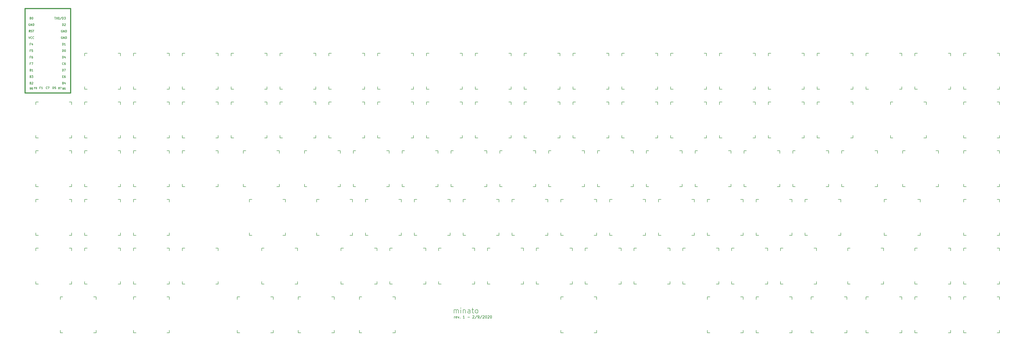
<source format=gbr>
G04 #@! TF.GenerationSoftware,KiCad,Pcbnew,(5.1.5)-3*
G04 #@! TF.CreationDate,2020-02-09T18:38:47-08:00*
G04 #@! TF.ProjectId,minato,6d696e61-746f-42e6-9b69-6361645f7063,rev?*
G04 #@! TF.SameCoordinates,Original*
G04 #@! TF.FileFunction,Legend,Top*
G04 #@! TF.FilePolarity,Positive*
%FSLAX46Y46*%
G04 Gerber Fmt 4.6, Leading zero omitted, Abs format (unit mm)*
G04 Created by KiCad (PCBNEW (5.1.5)-3) date 2020-02-09 18:38:47*
%MOMM*%
%LPD*%
G04 APERTURE LIST*
%ADD10C,0.150000*%
%ADD11C,0.381000*%
G04 APERTURE END LIST*
D10*
X209431845Y-122769255D02*
X209431845Y-122102589D01*
X209431845Y-122293065D02*
X209479464Y-122197827D01*
X209527083Y-122150208D01*
X209622321Y-122102589D01*
X209717559Y-122102589D01*
X210431845Y-122721636D02*
X210336607Y-122769255D01*
X210146130Y-122769255D01*
X210050892Y-122721636D01*
X210003273Y-122626398D01*
X210003273Y-122245446D01*
X210050892Y-122150208D01*
X210146130Y-122102589D01*
X210336607Y-122102589D01*
X210431845Y-122150208D01*
X210479464Y-122245446D01*
X210479464Y-122340684D01*
X210003273Y-122435922D01*
X210812797Y-122102589D02*
X211050892Y-122769255D01*
X211288988Y-122102589D01*
X211669940Y-122674017D02*
X211717559Y-122721636D01*
X211669940Y-122769255D01*
X211622321Y-122721636D01*
X211669940Y-122674017D01*
X211669940Y-122769255D01*
X213431845Y-122769255D02*
X212860416Y-122769255D01*
X213146130Y-122769255D02*
X213146130Y-121769255D01*
X213050892Y-121912113D01*
X212955654Y-122007351D01*
X212860416Y-122054970D01*
X214622321Y-122388303D02*
X215384226Y-122388303D01*
X216574702Y-121864494D02*
X216622321Y-121816875D01*
X216717559Y-121769255D01*
X216955654Y-121769255D01*
X217050892Y-121816875D01*
X217098511Y-121864494D01*
X217146130Y-121959732D01*
X217146130Y-122054970D01*
X217098511Y-122197827D01*
X216527083Y-122769255D01*
X217146130Y-122769255D01*
X218288988Y-121721636D02*
X217431845Y-123007351D01*
X218669940Y-122769255D02*
X218860416Y-122769255D01*
X218955654Y-122721636D01*
X219003273Y-122674017D01*
X219098511Y-122531160D01*
X219146130Y-122340684D01*
X219146130Y-121959732D01*
X219098511Y-121864494D01*
X219050892Y-121816875D01*
X218955654Y-121769255D01*
X218765178Y-121769255D01*
X218669940Y-121816875D01*
X218622321Y-121864494D01*
X218574702Y-121959732D01*
X218574702Y-122197827D01*
X218622321Y-122293065D01*
X218669940Y-122340684D01*
X218765178Y-122388303D01*
X218955654Y-122388303D01*
X219050892Y-122340684D01*
X219098511Y-122293065D01*
X219146130Y-122197827D01*
X220288988Y-121721636D02*
X219431845Y-123007351D01*
X220574702Y-121864494D02*
X220622321Y-121816875D01*
X220717559Y-121769255D01*
X220955654Y-121769255D01*
X221050892Y-121816875D01*
X221098511Y-121864494D01*
X221146130Y-121959732D01*
X221146130Y-122054970D01*
X221098511Y-122197827D01*
X220527083Y-122769255D01*
X221146130Y-122769255D01*
X221765178Y-121769255D02*
X221860416Y-121769255D01*
X221955654Y-121816875D01*
X222003273Y-121864494D01*
X222050892Y-121959732D01*
X222098511Y-122150208D01*
X222098511Y-122388303D01*
X222050892Y-122578779D01*
X222003273Y-122674017D01*
X221955654Y-122721636D01*
X221860416Y-122769255D01*
X221765178Y-122769255D01*
X221669940Y-122721636D01*
X221622321Y-122674017D01*
X221574702Y-122578779D01*
X221527083Y-122388303D01*
X221527083Y-122150208D01*
X221574702Y-121959732D01*
X221622321Y-121864494D01*
X221669940Y-121816875D01*
X221765178Y-121769255D01*
X222479464Y-121864494D02*
X222527083Y-121816875D01*
X222622321Y-121769255D01*
X222860416Y-121769255D01*
X222955654Y-121816875D01*
X223003273Y-121864494D01*
X223050892Y-121959732D01*
X223050892Y-122054970D01*
X223003273Y-122197827D01*
X222431845Y-122769255D01*
X223050892Y-122769255D01*
X223669940Y-121769255D02*
X223765178Y-121769255D01*
X223860416Y-121816875D01*
X223908035Y-121864494D01*
X223955654Y-121959732D01*
X224003273Y-122150208D01*
X224003273Y-122388303D01*
X223955654Y-122578779D01*
X223908035Y-122674017D01*
X223860416Y-122721636D01*
X223765178Y-122769255D01*
X223669940Y-122769255D01*
X223574702Y-122721636D01*
X223527083Y-122674017D01*
X223479464Y-122578779D01*
X223431845Y-122388303D01*
X223431845Y-122150208D01*
X223479464Y-121959732D01*
X223527083Y-121864494D01*
X223574702Y-121816875D01*
X223669940Y-121769255D01*
X209296577Y-120761011D02*
X209296577Y-119427678D01*
X209296577Y-119618154D02*
X209391815Y-119522916D01*
X209582291Y-119427678D01*
X209868005Y-119427678D01*
X210058482Y-119522916D01*
X210153720Y-119713392D01*
X210153720Y-120761011D01*
X210153720Y-119713392D02*
X210248958Y-119522916D01*
X210439434Y-119427678D01*
X210725148Y-119427678D01*
X210915625Y-119522916D01*
X211010863Y-119713392D01*
X211010863Y-120761011D01*
X211963244Y-120761011D02*
X211963244Y-119427678D01*
X211963244Y-118761011D02*
X211868005Y-118856250D01*
X211963244Y-118951488D01*
X212058482Y-118856250D01*
X211963244Y-118761011D01*
X211963244Y-118951488D01*
X212915625Y-119427678D02*
X212915625Y-120761011D01*
X212915625Y-119618154D02*
X213010863Y-119522916D01*
X213201339Y-119427678D01*
X213487053Y-119427678D01*
X213677529Y-119522916D01*
X213772767Y-119713392D01*
X213772767Y-120761011D01*
X215582291Y-120761011D02*
X215582291Y-119713392D01*
X215487053Y-119522916D01*
X215296577Y-119427678D01*
X214915625Y-119427678D01*
X214725148Y-119522916D01*
X215582291Y-120665773D02*
X215391815Y-120761011D01*
X214915625Y-120761011D01*
X214725148Y-120665773D01*
X214629910Y-120475297D01*
X214629910Y-120284821D01*
X214725148Y-120094345D01*
X214915625Y-119999107D01*
X215391815Y-119999107D01*
X215582291Y-119903869D01*
X216248958Y-119427678D02*
X217010863Y-119427678D01*
X216534672Y-118761011D02*
X216534672Y-120475297D01*
X216629910Y-120665773D01*
X216820386Y-120761011D01*
X217010863Y-120761011D01*
X217963244Y-120761011D02*
X217772767Y-120665773D01*
X217677529Y-120570535D01*
X217582291Y-120380059D01*
X217582291Y-119808630D01*
X217677529Y-119618154D01*
X217772767Y-119522916D01*
X217963244Y-119427678D01*
X218248958Y-119427678D01*
X218439434Y-119522916D01*
X218534672Y-119618154D01*
X218629910Y-119808630D01*
X218629910Y-120380059D01*
X218534672Y-120570535D01*
X218439434Y-120665773D01*
X218248958Y-120761011D01*
X217963244Y-120761011D01*
X79231250Y-19193750D02*
X79231250Y-20193750D01*
X78231250Y-33193750D02*
X79231250Y-33193750D01*
X79231250Y-19193750D02*
X78231250Y-19193750D01*
X79231250Y-32193750D02*
X79231250Y-33193750D01*
X65231250Y-33193750D02*
X65231250Y-32193750D01*
X66231250Y-19193750D02*
X65231250Y-19193750D01*
X65231250Y-33193750D02*
X66231250Y-33193750D01*
X65231250Y-20193750D02*
X65231250Y-19193750D01*
D11*
X41910000Y-1666875D02*
X59690000Y-1666875D01*
X59690000Y-1666875D02*
X59690000Y-34686875D01*
X59690000Y-34686875D02*
X41910000Y-34686875D01*
X41910000Y-34686875D02*
X41910000Y-1666875D01*
D10*
G36*
X44066365Y-10095905D02*
G01*
X44066365Y-10195905D01*
X43566365Y-10195905D01*
X43566365Y-10095905D01*
X44066365Y-10095905D01*
G37*
X44066365Y-10095905D02*
X44066365Y-10195905D01*
X43566365Y-10195905D01*
X43566365Y-10095905D01*
X44066365Y-10095905D01*
G36*
X44066365Y-10095905D02*
G01*
X44066365Y-10395905D01*
X43966365Y-10395905D01*
X43966365Y-10095905D01*
X44066365Y-10095905D01*
G37*
X44066365Y-10095905D02*
X44066365Y-10395905D01*
X43966365Y-10395905D01*
X43966365Y-10095905D01*
X44066365Y-10095905D01*
G36*
X44066365Y-10695905D02*
G01*
X44066365Y-10895905D01*
X43966365Y-10895905D01*
X43966365Y-10695905D01*
X44066365Y-10695905D01*
G37*
X44066365Y-10695905D02*
X44066365Y-10895905D01*
X43966365Y-10895905D01*
X43966365Y-10695905D01*
X44066365Y-10695905D01*
G36*
X43666365Y-10095905D02*
G01*
X43666365Y-10895905D01*
X43566365Y-10895905D01*
X43566365Y-10095905D01*
X43666365Y-10095905D01*
G37*
X43666365Y-10095905D02*
X43666365Y-10895905D01*
X43566365Y-10895905D01*
X43566365Y-10095905D01*
X43666365Y-10095905D01*
G36*
X43866365Y-10495905D02*
G01*
X43866365Y-10595905D01*
X43766365Y-10595905D01*
X43766365Y-10495905D01*
X43866365Y-10495905D01*
G37*
X43866365Y-10495905D02*
X43866365Y-10595905D01*
X43766365Y-10595905D01*
X43766365Y-10495905D01*
X43866365Y-10495905D01*
X98281250Y-19193750D02*
X98281250Y-20193750D01*
X97281250Y-33193750D02*
X98281250Y-33193750D01*
X98281250Y-19193750D02*
X97281250Y-19193750D01*
X98281250Y-32193750D02*
X98281250Y-33193750D01*
X84281250Y-33193750D02*
X84281250Y-32193750D01*
X85281250Y-19193750D02*
X84281250Y-19193750D01*
X84281250Y-33193750D02*
X85281250Y-33193750D01*
X84281250Y-20193750D02*
X84281250Y-19193750D01*
X117331250Y-19193750D02*
X117331250Y-20193750D01*
X116331250Y-33193750D02*
X117331250Y-33193750D01*
X117331250Y-19193750D02*
X116331250Y-19193750D01*
X117331250Y-32193750D02*
X117331250Y-33193750D01*
X103331250Y-33193750D02*
X103331250Y-32193750D01*
X104331250Y-19193750D02*
X103331250Y-19193750D01*
X103331250Y-33193750D02*
X104331250Y-33193750D01*
X103331250Y-20193750D02*
X103331250Y-19193750D01*
X422131250Y-19193750D02*
X422131250Y-20193750D01*
X421131250Y-33193750D02*
X422131250Y-33193750D01*
X422131250Y-19193750D02*
X421131250Y-19193750D01*
X422131250Y-32193750D02*
X422131250Y-33193750D01*
X408131250Y-33193750D02*
X408131250Y-32193750D01*
X409131250Y-19193750D02*
X408131250Y-19193750D01*
X408131250Y-33193750D02*
X409131250Y-33193750D01*
X408131250Y-20193750D02*
X408131250Y-19193750D01*
X422131250Y-114443750D02*
X422131250Y-115443750D01*
X421131250Y-128443750D02*
X422131250Y-128443750D01*
X422131250Y-114443750D02*
X421131250Y-114443750D01*
X422131250Y-127443750D02*
X422131250Y-128443750D01*
X408131250Y-128443750D02*
X408131250Y-127443750D01*
X409131250Y-114443750D02*
X408131250Y-114443750D01*
X408131250Y-128443750D02*
X409131250Y-128443750D01*
X408131250Y-115443750D02*
X408131250Y-114443750D01*
X403081250Y-114443750D02*
X403081250Y-115443750D01*
X402081250Y-128443750D02*
X403081250Y-128443750D01*
X403081250Y-114443750D02*
X402081250Y-114443750D01*
X403081250Y-127443750D02*
X403081250Y-128443750D01*
X389081250Y-128443750D02*
X389081250Y-127443750D01*
X390081250Y-114443750D02*
X389081250Y-114443750D01*
X389081250Y-128443750D02*
X390081250Y-128443750D01*
X389081250Y-115443750D02*
X389081250Y-114443750D01*
X422131250Y-95393750D02*
X422131250Y-96393750D01*
X421131250Y-109393750D02*
X422131250Y-109393750D01*
X422131250Y-95393750D02*
X421131250Y-95393750D01*
X422131250Y-108393750D02*
X422131250Y-109393750D01*
X408131250Y-109393750D02*
X408131250Y-108393750D01*
X409131250Y-95393750D02*
X408131250Y-95393750D01*
X408131250Y-109393750D02*
X409131250Y-109393750D01*
X408131250Y-96393750D02*
X408131250Y-95393750D01*
X403081250Y-95393750D02*
X403081250Y-96393750D01*
X402081250Y-109393750D02*
X403081250Y-109393750D01*
X403081250Y-95393750D02*
X402081250Y-95393750D01*
X403081250Y-108393750D02*
X403081250Y-109393750D01*
X389081250Y-109393750D02*
X389081250Y-108393750D01*
X390081250Y-95393750D02*
X389081250Y-95393750D01*
X389081250Y-109393750D02*
X390081250Y-109393750D01*
X389081250Y-96393750D02*
X389081250Y-95393750D01*
X422131250Y-76343750D02*
X422131250Y-77343750D01*
X421131250Y-90343750D02*
X422131250Y-90343750D01*
X422131250Y-76343750D02*
X421131250Y-76343750D01*
X422131250Y-89343750D02*
X422131250Y-90343750D01*
X408131250Y-90343750D02*
X408131250Y-89343750D01*
X409131250Y-76343750D02*
X408131250Y-76343750D01*
X408131250Y-90343750D02*
X409131250Y-90343750D01*
X408131250Y-77343750D02*
X408131250Y-76343750D01*
X398318750Y-57293750D02*
X398318750Y-58293750D01*
X397318750Y-71293750D02*
X398318750Y-71293750D01*
X398318750Y-57293750D02*
X397318750Y-57293750D01*
X398318750Y-70293750D02*
X398318750Y-71293750D01*
X384318750Y-71293750D02*
X384318750Y-70293750D01*
X385318750Y-57293750D02*
X384318750Y-57293750D01*
X384318750Y-71293750D02*
X385318750Y-71293750D01*
X384318750Y-58293750D02*
X384318750Y-57293750D01*
X422131250Y-57293750D02*
X422131250Y-58293750D01*
X421131250Y-71293750D02*
X422131250Y-71293750D01*
X422131250Y-57293750D02*
X421131250Y-57293750D01*
X422131250Y-70293750D02*
X422131250Y-71293750D01*
X408131250Y-71293750D02*
X408131250Y-70293750D01*
X409131250Y-57293750D02*
X408131250Y-57293750D01*
X408131250Y-71293750D02*
X409131250Y-71293750D01*
X408131250Y-58293750D02*
X408131250Y-57293750D01*
X422131250Y-38243750D02*
X422131250Y-39243750D01*
X421131250Y-52243750D02*
X422131250Y-52243750D01*
X422131250Y-38243750D02*
X421131250Y-38243750D01*
X422131250Y-51243750D02*
X422131250Y-52243750D01*
X408131250Y-52243750D02*
X408131250Y-51243750D01*
X409131250Y-38243750D02*
X408131250Y-38243750D01*
X408131250Y-52243750D02*
X409131250Y-52243750D01*
X408131250Y-39243750D02*
X408131250Y-38243750D01*
X403081250Y-19193750D02*
X403081250Y-20193750D01*
X402081250Y-33193750D02*
X403081250Y-33193750D01*
X403081250Y-19193750D02*
X402081250Y-19193750D01*
X403081250Y-32193750D02*
X403081250Y-33193750D01*
X389081250Y-33193750D02*
X389081250Y-32193750D01*
X390081250Y-19193750D02*
X389081250Y-19193750D01*
X389081250Y-33193750D02*
X390081250Y-33193750D01*
X389081250Y-20193750D02*
X389081250Y-19193750D01*
X384031250Y-114443750D02*
X384031250Y-115443750D01*
X383031250Y-128443750D02*
X384031250Y-128443750D01*
X384031250Y-114443750D02*
X383031250Y-114443750D01*
X384031250Y-127443750D02*
X384031250Y-128443750D01*
X370031250Y-128443750D02*
X370031250Y-127443750D01*
X371031250Y-114443750D02*
X370031250Y-114443750D01*
X370031250Y-128443750D02*
X371031250Y-128443750D01*
X370031250Y-115443750D02*
X370031250Y-114443750D01*
X362600000Y-114443750D02*
X362600000Y-115443750D01*
X361600000Y-128443750D02*
X362600000Y-128443750D01*
X362600000Y-114443750D02*
X361600000Y-114443750D01*
X362600000Y-127443750D02*
X362600000Y-128443750D01*
X348600000Y-128443750D02*
X348600000Y-127443750D01*
X349600000Y-114443750D02*
X348600000Y-114443750D01*
X348600000Y-128443750D02*
X349600000Y-128443750D01*
X348600000Y-115443750D02*
X348600000Y-114443750D01*
X376887500Y-95393750D02*
X376887500Y-96393750D01*
X375887500Y-109393750D02*
X376887500Y-109393750D01*
X376887500Y-95393750D02*
X375887500Y-95393750D01*
X376887500Y-108393750D02*
X376887500Y-109393750D01*
X362887500Y-109393750D02*
X362887500Y-108393750D01*
X363887500Y-95393750D02*
X362887500Y-95393750D01*
X362887500Y-109393750D02*
X363887500Y-109393750D01*
X362887500Y-96393750D02*
X362887500Y-95393750D01*
X391175000Y-76343750D02*
X391175000Y-77343750D01*
X390175000Y-90343750D02*
X391175000Y-90343750D01*
X391175000Y-76343750D02*
X390175000Y-76343750D01*
X391175000Y-89343750D02*
X391175000Y-90343750D01*
X377175000Y-90343750D02*
X377175000Y-89343750D01*
X378175000Y-76343750D02*
X377175000Y-76343750D01*
X377175000Y-90343750D02*
X378175000Y-90343750D01*
X377175000Y-77343750D02*
X377175000Y-76343750D01*
X360218750Y-76343750D02*
X360218750Y-77343750D01*
X359218750Y-90343750D02*
X360218750Y-90343750D01*
X360218750Y-76343750D02*
X359218750Y-76343750D01*
X360218750Y-89343750D02*
X360218750Y-90343750D01*
X346218750Y-90343750D02*
X346218750Y-89343750D01*
X347218750Y-76343750D02*
X346218750Y-76343750D01*
X346218750Y-90343750D02*
X347218750Y-90343750D01*
X346218750Y-77343750D02*
X346218750Y-76343750D01*
X355456250Y-57293750D02*
X355456250Y-58293750D01*
X354456250Y-71293750D02*
X355456250Y-71293750D01*
X355456250Y-57293750D02*
X354456250Y-57293750D01*
X355456250Y-70293750D02*
X355456250Y-71293750D01*
X341456250Y-71293750D02*
X341456250Y-70293750D01*
X342456250Y-57293750D02*
X341456250Y-57293750D01*
X341456250Y-71293750D02*
X342456250Y-71293750D01*
X341456250Y-58293750D02*
X341456250Y-57293750D01*
X374506250Y-57293750D02*
X374506250Y-58293750D01*
X373506250Y-71293750D02*
X374506250Y-71293750D01*
X374506250Y-57293750D02*
X373506250Y-57293750D01*
X374506250Y-70293750D02*
X374506250Y-71293750D01*
X360506250Y-71293750D02*
X360506250Y-70293750D01*
X361506250Y-57293750D02*
X360506250Y-57293750D01*
X360506250Y-71293750D02*
X361506250Y-71293750D01*
X360506250Y-58293750D02*
X360506250Y-57293750D01*
X393556250Y-38243750D02*
X393556250Y-39243750D01*
X392556250Y-52243750D02*
X393556250Y-52243750D01*
X393556250Y-38243750D02*
X392556250Y-38243750D01*
X393556250Y-51243750D02*
X393556250Y-52243750D01*
X379556250Y-52243750D02*
X379556250Y-51243750D01*
X380556250Y-38243750D02*
X379556250Y-38243750D01*
X379556250Y-52243750D02*
X380556250Y-52243750D01*
X379556250Y-39243750D02*
X379556250Y-38243750D01*
X364981250Y-38243750D02*
X364981250Y-39243750D01*
X363981250Y-52243750D02*
X364981250Y-52243750D01*
X364981250Y-38243750D02*
X363981250Y-38243750D01*
X364981250Y-51243750D02*
X364981250Y-52243750D01*
X350981250Y-52243750D02*
X350981250Y-51243750D01*
X351981250Y-38243750D02*
X350981250Y-38243750D01*
X350981250Y-52243750D02*
X351981250Y-52243750D01*
X350981250Y-39243750D02*
X350981250Y-38243750D01*
X384031250Y-19193750D02*
X384031250Y-20193750D01*
X383031250Y-33193750D02*
X384031250Y-33193750D01*
X384031250Y-19193750D02*
X383031250Y-19193750D01*
X384031250Y-32193750D02*
X384031250Y-33193750D01*
X370031250Y-33193750D02*
X370031250Y-32193750D01*
X371031250Y-19193750D02*
X370031250Y-19193750D01*
X370031250Y-33193750D02*
X371031250Y-33193750D01*
X370031250Y-20193750D02*
X370031250Y-19193750D01*
X364981250Y-19193750D02*
X364981250Y-20193750D01*
X363981250Y-33193750D02*
X364981250Y-33193750D01*
X364981250Y-19193750D02*
X363981250Y-19193750D01*
X364981250Y-32193750D02*
X364981250Y-33193750D01*
X350981250Y-33193750D02*
X350981250Y-32193750D01*
X351981250Y-19193750D02*
X350981250Y-19193750D01*
X350981250Y-33193750D02*
X351981250Y-33193750D01*
X350981250Y-20193750D02*
X350981250Y-19193750D01*
X341168750Y-114443750D02*
X341168750Y-115443750D01*
X340168750Y-128443750D02*
X341168750Y-128443750D01*
X341168750Y-114443750D02*
X340168750Y-114443750D01*
X341168750Y-127443750D02*
X341168750Y-128443750D01*
X327168750Y-128443750D02*
X327168750Y-127443750D01*
X328168750Y-114443750D02*
X327168750Y-114443750D01*
X327168750Y-128443750D02*
X328168750Y-128443750D01*
X327168750Y-115443750D02*
X327168750Y-114443750D01*
X322118750Y-114443750D02*
X322118750Y-115443750D01*
X321118750Y-128443750D02*
X322118750Y-128443750D01*
X322118750Y-114443750D02*
X321118750Y-114443750D01*
X322118750Y-127443750D02*
X322118750Y-128443750D01*
X308118750Y-128443750D02*
X308118750Y-127443750D01*
X309118750Y-114443750D02*
X308118750Y-114443750D01*
X308118750Y-128443750D02*
X309118750Y-128443750D01*
X308118750Y-115443750D02*
X308118750Y-114443750D01*
X331643750Y-95393750D02*
X331643750Y-96393750D01*
X330643750Y-109393750D02*
X331643750Y-109393750D01*
X331643750Y-95393750D02*
X330643750Y-95393750D01*
X331643750Y-108393750D02*
X331643750Y-109393750D01*
X317643750Y-109393750D02*
X317643750Y-108393750D01*
X318643750Y-95393750D02*
X317643750Y-95393750D01*
X317643750Y-109393750D02*
X318643750Y-109393750D01*
X317643750Y-96393750D02*
X317643750Y-95393750D01*
X350693750Y-95393750D02*
X350693750Y-96393750D01*
X349693750Y-109393750D02*
X350693750Y-109393750D01*
X350693750Y-95393750D02*
X349693750Y-95393750D01*
X350693750Y-108393750D02*
X350693750Y-109393750D01*
X336693750Y-109393750D02*
X336693750Y-108393750D01*
X337693750Y-95393750D02*
X336693750Y-95393750D01*
X336693750Y-109393750D02*
X337693750Y-109393750D01*
X336693750Y-96393750D02*
X336693750Y-95393750D01*
X341168750Y-76343750D02*
X341168750Y-77343750D01*
X340168750Y-90343750D02*
X341168750Y-90343750D01*
X341168750Y-76343750D02*
X340168750Y-76343750D01*
X341168750Y-89343750D02*
X341168750Y-90343750D01*
X327168750Y-90343750D02*
X327168750Y-89343750D01*
X328168750Y-76343750D02*
X327168750Y-76343750D01*
X327168750Y-90343750D02*
X328168750Y-90343750D01*
X327168750Y-77343750D02*
X327168750Y-76343750D01*
X322118750Y-76343750D02*
X322118750Y-77343750D01*
X321118750Y-90343750D02*
X322118750Y-90343750D01*
X322118750Y-76343750D02*
X321118750Y-76343750D01*
X322118750Y-89343750D02*
X322118750Y-90343750D01*
X308118750Y-90343750D02*
X308118750Y-89343750D01*
X309118750Y-76343750D02*
X308118750Y-76343750D01*
X308118750Y-90343750D02*
X309118750Y-90343750D01*
X308118750Y-77343750D02*
X308118750Y-76343750D01*
X317356250Y-57293750D02*
X317356250Y-58293750D01*
X316356250Y-71293750D02*
X317356250Y-71293750D01*
X317356250Y-57293750D02*
X316356250Y-57293750D01*
X317356250Y-70293750D02*
X317356250Y-71293750D01*
X303356250Y-71293750D02*
X303356250Y-70293750D01*
X304356250Y-57293750D02*
X303356250Y-57293750D01*
X303356250Y-71293750D02*
X304356250Y-71293750D01*
X303356250Y-58293750D02*
X303356250Y-57293750D01*
X336406250Y-57293750D02*
X336406250Y-58293750D01*
X335406250Y-71293750D02*
X336406250Y-71293750D01*
X336406250Y-57293750D02*
X335406250Y-57293750D01*
X336406250Y-70293750D02*
X336406250Y-71293750D01*
X322406250Y-71293750D02*
X322406250Y-70293750D01*
X323406250Y-57293750D02*
X322406250Y-57293750D01*
X322406250Y-71293750D02*
X323406250Y-71293750D01*
X322406250Y-58293750D02*
X322406250Y-57293750D01*
X345931250Y-38243750D02*
X345931250Y-39243750D01*
X344931250Y-52243750D02*
X345931250Y-52243750D01*
X345931250Y-38243750D02*
X344931250Y-38243750D01*
X345931250Y-51243750D02*
X345931250Y-52243750D01*
X331931250Y-52243750D02*
X331931250Y-51243750D01*
X332931250Y-38243750D02*
X331931250Y-38243750D01*
X331931250Y-52243750D02*
X332931250Y-52243750D01*
X331931250Y-39243750D02*
X331931250Y-38243750D01*
X326881250Y-38243750D02*
X326881250Y-39243750D01*
X325881250Y-52243750D02*
X326881250Y-52243750D01*
X326881250Y-38243750D02*
X325881250Y-38243750D01*
X326881250Y-51243750D02*
X326881250Y-52243750D01*
X312881250Y-52243750D02*
X312881250Y-51243750D01*
X313881250Y-38243750D02*
X312881250Y-38243750D01*
X312881250Y-52243750D02*
X313881250Y-52243750D01*
X312881250Y-39243750D02*
X312881250Y-38243750D01*
X345931250Y-19193750D02*
X345931250Y-20193750D01*
X344931250Y-33193750D02*
X345931250Y-33193750D01*
X345931250Y-19193750D02*
X344931250Y-19193750D01*
X345931250Y-32193750D02*
X345931250Y-33193750D01*
X331931250Y-33193750D02*
X331931250Y-32193750D01*
X332931250Y-19193750D02*
X331931250Y-19193750D01*
X331931250Y-33193750D02*
X332931250Y-33193750D01*
X331931250Y-20193750D02*
X331931250Y-19193750D01*
X326881250Y-19193750D02*
X326881250Y-20193750D01*
X325881250Y-33193750D02*
X326881250Y-33193750D01*
X326881250Y-19193750D02*
X325881250Y-19193750D01*
X326881250Y-32193750D02*
X326881250Y-33193750D01*
X312881250Y-33193750D02*
X312881250Y-32193750D01*
X313881250Y-19193750D02*
X312881250Y-19193750D01*
X312881250Y-33193750D02*
X313881250Y-33193750D01*
X312881250Y-20193750D02*
X312881250Y-19193750D01*
X293543750Y-95393750D02*
X293543750Y-96393750D01*
X292543750Y-109393750D02*
X293543750Y-109393750D01*
X293543750Y-95393750D02*
X292543750Y-95393750D01*
X293543750Y-108393750D02*
X293543750Y-109393750D01*
X279543750Y-109393750D02*
X279543750Y-108393750D01*
X280543750Y-95393750D02*
X279543750Y-95393750D01*
X279543750Y-109393750D02*
X280543750Y-109393750D01*
X279543750Y-96393750D02*
X279543750Y-95393750D01*
X312593750Y-95393750D02*
X312593750Y-96393750D01*
X311593750Y-109393750D02*
X312593750Y-109393750D01*
X312593750Y-95393750D02*
X311593750Y-95393750D01*
X312593750Y-108393750D02*
X312593750Y-109393750D01*
X298593750Y-109393750D02*
X298593750Y-108393750D01*
X299593750Y-95393750D02*
X298593750Y-95393750D01*
X298593750Y-109393750D02*
X299593750Y-109393750D01*
X298593750Y-96393750D02*
X298593750Y-95393750D01*
X303068750Y-76343750D02*
X303068750Y-77343750D01*
X302068750Y-90343750D02*
X303068750Y-90343750D01*
X303068750Y-76343750D02*
X302068750Y-76343750D01*
X303068750Y-89343750D02*
X303068750Y-90343750D01*
X289068750Y-90343750D02*
X289068750Y-89343750D01*
X290068750Y-76343750D02*
X289068750Y-76343750D01*
X289068750Y-90343750D02*
X290068750Y-90343750D01*
X289068750Y-77343750D02*
X289068750Y-76343750D01*
X284018750Y-76343750D02*
X284018750Y-77343750D01*
X283018750Y-90343750D02*
X284018750Y-90343750D01*
X284018750Y-76343750D02*
X283018750Y-76343750D01*
X284018750Y-89343750D02*
X284018750Y-90343750D01*
X270018750Y-90343750D02*
X270018750Y-89343750D01*
X271018750Y-76343750D02*
X270018750Y-76343750D01*
X270018750Y-90343750D02*
X271018750Y-90343750D01*
X270018750Y-77343750D02*
X270018750Y-76343750D01*
X279256250Y-57293750D02*
X279256250Y-58293750D01*
X278256250Y-71293750D02*
X279256250Y-71293750D01*
X279256250Y-57293750D02*
X278256250Y-57293750D01*
X279256250Y-70293750D02*
X279256250Y-71293750D01*
X265256250Y-71293750D02*
X265256250Y-70293750D01*
X266256250Y-57293750D02*
X265256250Y-57293750D01*
X265256250Y-71293750D02*
X266256250Y-71293750D01*
X265256250Y-58293750D02*
X265256250Y-57293750D01*
X298306250Y-57293750D02*
X298306250Y-58293750D01*
X297306250Y-71293750D02*
X298306250Y-71293750D01*
X298306250Y-57293750D02*
X297306250Y-57293750D01*
X298306250Y-70293750D02*
X298306250Y-71293750D01*
X284306250Y-71293750D02*
X284306250Y-70293750D01*
X285306250Y-57293750D02*
X284306250Y-57293750D01*
X284306250Y-71293750D02*
X285306250Y-71293750D01*
X284306250Y-58293750D02*
X284306250Y-57293750D01*
X307831250Y-38243750D02*
X307831250Y-39243750D01*
X306831250Y-52243750D02*
X307831250Y-52243750D01*
X307831250Y-38243750D02*
X306831250Y-38243750D01*
X307831250Y-51243750D02*
X307831250Y-52243750D01*
X293831250Y-52243750D02*
X293831250Y-51243750D01*
X294831250Y-38243750D02*
X293831250Y-38243750D01*
X293831250Y-52243750D02*
X294831250Y-52243750D01*
X293831250Y-39243750D02*
X293831250Y-38243750D01*
X288781250Y-38243750D02*
X288781250Y-39243750D01*
X287781250Y-52243750D02*
X288781250Y-52243750D01*
X288781250Y-38243750D02*
X287781250Y-38243750D01*
X288781250Y-51243750D02*
X288781250Y-52243750D01*
X274781250Y-52243750D02*
X274781250Y-51243750D01*
X275781250Y-38243750D02*
X274781250Y-38243750D01*
X274781250Y-52243750D02*
X275781250Y-52243750D01*
X274781250Y-39243750D02*
X274781250Y-38243750D01*
X307831250Y-19193750D02*
X307831250Y-20193750D01*
X306831250Y-33193750D02*
X307831250Y-33193750D01*
X307831250Y-19193750D02*
X306831250Y-19193750D01*
X307831250Y-32193750D02*
X307831250Y-33193750D01*
X293831250Y-33193750D02*
X293831250Y-32193750D01*
X294831250Y-19193750D02*
X293831250Y-19193750D01*
X293831250Y-33193750D02*
X294831250Y-33193750D01*
X293831250Y-20193750D02*
X293831250Y-19193750D01*
X288781250Y-19193750D02*
X288781250Y-20193750D01*
X287781250Y-33193750D02*
X288781250Y-33193750D01*
X288781250Y-19193750D02*
X287781250Y-19193750D01*
X288781250Y-32193750D02*
X288781250Y-33193750D01*
X274781250Y-33193750D02*
X274781250Y-32193750D01*
X275781250Y-19193750D02*
X274781250Y-19193750D01*
X274781250Y-33193750D02*
X275781250Y-33193750D01*
X274781250Y-20193750D02*
X274781250Y-19193750D01*
X255443750Y-95393750D02*
X255443750Y-96393750D01*
X254443750Y-109393750D02*
X255443750Y-109393750D01*
X255443750Y-95393750D02*
X254443750Y-95393750D01*
X255443750Y-108393750D02*
X255443750Y-109393750D01*
X241443750Y-109393750D02*
X241443750Y-108393750D01*
X242443750Y-95393750D02*
X241443750Y-95393750D01*
X241443750Y-109393750D02*
X242443750Y-109393750D01*
X241443750Y-96393750D02*
X241443750Y-95393750D01*
X274493750Y-95393750D02*
X274493750Y-96393750D01*
X273493750Y-109393750D02*
X274493750Y-109393750D01*
X274493750Y-95393750D02*
X273493750Y-95393750D01*
X274493750Y-108393750D02*
X274493750Y-109393750D01*
X260493750Y-109393750D02*
X260493750Y-108393750D01*
X261493750Y-95393750D02*
X260493750Y-95393750D01*
X260493750Y-109393750D02*
X261493750Y-109393750D01*
X260493750Y-96393750D02*
X260493750Y-95393750D01*
X264968750Y-76343750D02*
X264968750Y-77343750D01*
X263968750Y-90343750D02*
X264968750Y-90343750D01*
X264968750Y-76343750D02*
X263968750Y-76343750D01*
X264968750Y-89343750D02*
X264968750Y-90343750D01*
X250968750Y-90343750D02*
X250968750Y-89343750D01*
X251968750Y-76343750D02*
X250968750Y-76343750D01*
X250968750Y-90343750D02*
X251968750Y-90343750D01*
X250968750Y-77343750D02*
X250968750Y-76343750D01*
X245918750Y-76343750D02*
X245918750Y-77343750D01*
X244918750Y-90343750D02*
X245918750Y-90343750D01*
X245918750Y-76343750D02*
X244918750Y-76343750D01*
X245918750Y-89343750D02*
X245918750Y-90343750D01*
X231918750Y-90343750D02*
X231918750Y-89343750D01*
X232918750Y-76343750D02*
X231918750Y-76343750D01*
X231918750Y-90343750D02*
X232918750Y-90343750D01*
X231918750Y-77343750D02*
X231918750Y-76343750D01*
X241156250Y-57293750D02*
X241156250Y-58293750D01*
X240156250Y-71293750D02*
X241156250Y-71293750D01*
X241156250Y-57293750D02*
X240156250Y-57293750D01*
X241156250Y-70293750D02*
X241156250Y-71293750D01*
X227156250Y-71293750D02*
X227156250Y-70293750D01*
X228156250Y-57293750D02*
X227156250Y-57293750D01*
X227156250Y-71293750D02*
X228156250Y-71293750D01*
X227156250Y-58293750D02*
X227156250Y-57293750D01*
X260206250Y-57293750D02*
X260206250Y-58293750D01*
X259206250Y-71293750D02*
X260206250Y-71293750D01*
X260206250Y-57293750D02*
X259206250Y-57293750D01*
X260206250Y-70293750D02*
X260206250Y-71293750D01*
X246206250Y-71293750D02*
X246206250Y-70293750D01*
X247206250Y-57293750D02*
X246206250Y-57293750D01*
X246206250Y-71293750D02*
X247206250Y-71293750D01*
X246206250Y-58293750D02*
X246206250Y-57293750D01*
X269731250Y-38243750D02*
X269731250Y-39243750D01*
X268731250Y-52243750D02*
X269731250Y-52243750D01*
X269731250Y-38243750D02*
X268731250Y-38243750D01*
X269731250Y-51243750D02*
X269731250Y-52243750D01*
X255731250Y-52243750D02*
X255731250Y-51243750D01*
X256731250Y-38243750D02*
X255731250Y-38243750D01*
X255731250Y-52243750D02*
X256731250Y-52243750D01*
X255731250Y-39243750D02*
X255731250Y-38243750D01*
X250681250Y-38243750D02*
X250681250Y-39243750D01*
X249681250Y-52243750D02*
X250681250Y-52243750D01*
X250681250Y-38243750D02*
X249681250Y-38243750D01*
X250681250Y-51243750D02*
X250681250Y-52243750D01*
X236681250Y-52243750D02*
X236681250Y-51243750D01*
X237681250Y-38243750D02*
X236681250Y-38243750D01*
X236681250Y-52243750D02*
X237681250Y-52243750D01*
X236681250Y-39243750D02*
X236681250Y-38243750D01*
X269731250Y-19193750D02*
X269731250Y-20193750D01*
X268731250Y-33193750D02*
X269731250Y-33193750D01*
X269731250Y-19193750D02*
X268731250Y-19193750D01*
X269731250Y-32193750D02*
X269731250Y-33193750D01*
X255731250Y-33193750D02*
X255731250Y-32193750D01*
X256731250Y-19193750D02*
X255731250Y-19193750D01*
X255731250Y-33193750D02*
X256731250Y-33193750D01*
X255731250Y-20193750D02*
X255731250Y-19193750D01*
X250681250Y-19193750D02*
X250681250Y-20193750D01*
X249681250Y-33193750D02*
X250681250Y-33193750D01*
X250681250Y-19193750D02*
X249681250Y-19193750D01*
X250681250Y-32193750D02*
X250681250Y-33193750D01*
X236681250Y-33193750D02*
X236681250Y-32193750D01*
X237681250Y-19193750D02*
X236681250Y-19193750D01*
X236681250Y-33193750D02*
X237681250Y-33193750D01*
X236681250Y-20193750D02*
X236681250Y-19193750D01*
X217343750Y-95393750D02*
X217343750Y-96393750D01*
X216343750Y-109393750D02*
X217343750Y-109393750D01*
X217343750Y-95393750D02*
X216343750Y-95393750D01*
X217343750Y-108393750D02*
X217343750Y-109393750D01*
X203343750Y-109393750D02*
X203343750Y-108393750D01*
X204343750Y-95393750D02*
X203343750Y-95393750D01*
X203343750Y-109393750D02*
X204343750Y-109393750D01*
X203343750Y-96393750D02*
X203343750Y-95393750D01*
X236393750Y-95393750D02*
X236393750Y-96393750D01*
X235393750Y-109393750D02*
X236393750Y-109393750D01*
X236393750Y-95393750D02*
X235393750Y-95393750D01*
X236393750Y-108393750D02*
X236393750Y-109393750D01*
X222393750Y-109393750D02*
X222393750Y-108393750D01*
X223393750Y-95393750D02*
X222393750Y-95393750D01*
X222393750Y-109393750D02*
X223393750Y-109393750D01*
X222393750Y-96393750D02*
X222393750Y-95393750D01*
X226868750Y-76343750D02*
X226868750Y-77343750D01*
X225868750Y-90343750D02*
X226868750Y-90343750D01*
X226868750Y-76343750D02*
X225868750Y-76343750D01*
X226868750Y-89343750D02*
X226868750Y-90343750D01*
X212868750Y-90343750D02*
X212868750Y-89343750D01*
X213868750Y-76343750D02*
X212868750Y-76343750D01*
X212868750Y-90343750D02*
X213868750Y-90343750D01*
X212868750Y-77343750D02*
X212868750Y-76343750D01*
X207818750Y-76343750D02*
X207818750Y-77343750D01*
X206818750Y-90343750D02*
X207818750Y-90343750D01*
X207818750Y-76343750D02*
X206818750Y-76343750D01*
X207818750Y-89343750D02*
X207818750Y-90343750D01*
X193818750Y-90343750D02*
X193818750Y-89343750D01*
X194818750Y-76343750D02*
X193818750Y-76343750D01*
X193818750Y-90343750D02*
X194818750Y-90343750D01*
X193818750Y-77343750D02*
X193818750Y-76343750D01*
X203056250Y-57293750D02*
X203056250Y-58293750D01*
X202056250Y-71293750D02*
X203056250Y-71293750D01*
X203056250Y-57293750D02*
X202056250Y-57293750D01*
X203056250Y-70293750D02*
X203056250Y-71293750D01*
X189056250Y-71293750D02*
X189056250Y-70293750D01*
X190056250Y-57293750D02*
X189056250Y-57293750D01*
X189056250Y-71293750D02*
X190056250Y-71293750D01*
X189056250Y-58293750D02*
X189056250Y-57293750D01*
X222106250Y-57293750D02*
X222106250Y-58293750D01*
X221106250Y-71293750D02*
X222106250Y-71293750D01*
X222106250Y-57293750D02*
X221106250Y-57293750D01*
X222106250Y-70293750D02*
X222106250Y-71293750D01*
X208106250Y-71293750D02*
X208106250Y-70293750D01*
X209106250Y-57293750D02*
X208106250Y-57293750D01*
X208106250Y-71293750D02*
X209106250Y-71293750D01*
X208106250Y-58293750D02*
X208106250Y-57293750D01*
X231631250Y-38243750D02*
X231631250Y-39243750D01*
X230631250Y-52243750D02*
X231631250Y-52243750D01*
X231631250Y-38243750D02*
X230631250Y-38243750D01*
X231631250Y-51243750D02*
X231631250Y-52243750D01*
X217631250Y-52243750D02*
X217631250Y-51243750D01*
X218631250Y-38243750D02*
X217631250Y-38243750D01*
X217631250Y-52243750D02*
X218631250Y-52243750D01*
X217631250Y-39243750D02*
X217631250Y-38243750D01*
X212581250Y-38243750D02*
X212581250Y-39243750D01*
X211581250Y-52243750D02*
X212581250Y-52243750D01*
X212581250Y-38243750D02*
X211581250Y-38243750D01*
X212581250Y-51243750D02*
X212581250Y-52243750D01*
X198581250Y-52243750D02*
X198581250Y-51243750D01*
X199581250Y-38243750D02*
X198581250Y-38243750D01*
X198581250Y-52243750D02*
X199581250Y-52243750D01*
X198581250Y-39243750D02*
X198581250Y-38243750D01*
X231631250Y-19193750D02*
X231631250Y-20193750D01*
X230631250Y-33193750D02*
X231631250Y-33193750D01*
X231631250Y-19193750D02*
X230631250Y-19193750D01*
X231631250Y-32193750D02*
X231631250Y-33193750D01*
X217631250Y-33193750D02*
X217631250Y-32193750D01*
X218631250Y-19193750D02*
X217631250Y-19193750D01*
X217631250Y-33193750D02*
X218631250Y-33193750D01*
X217631250Y-20193750D02*
X217631250Y-19193750D01*
X212581250Y-19193750D02*
X212581250Y-20193750D01*
X211581250Y-33193750D02*
X212581250Y-33193750D01*
X212581250Y-19193750D02*
X211581250Y-19193750D01*
X212581250Y-32193750D02*
X212581250Y-33193750D01*
X198581250Y-33193750D02*
X198581250Y-32193750D01*
X199581250Y-19193750D02*
X198581250Y-19193750D01*
X198581250Y-33193750D02*
X199581250Y-33193750D01*
X198581250Y-20193750D02*
X198581250Y-19193750D01*
X264968750Y-114443750D02*
X264968750Y-115443750D01*
X263968750Y-128443750D02*
X264968750Y-128443750D01*
X264968750Y-114443750D02*
X263968750Y-114443750D01*
X264968750Y-127443750D02*
X264968750Y-128443750D01*
X250968750Y-128443750D02*
X250968750Y-127443750D01*
X251968750Y-114443750D02*
X250968750Y-114443750D01*
X250968750Y-128443750D02*
X251968750Y-128443750D01*
X250968750Y-115443750D02*
X250968750Y-114443750D01*
X186387500Y-114443750D02*
X186387500Y-115443750D01*
X185387500Y-128443750D02*
X186387500Y-128443750D01*
X186387500Y-114443750D02*
X185387500Y-114443750D01*
X186387500Y-127443750D02*
X186387500Y-128443750D01*
X172387500Y-128443750D02*
X172387500Y-127443750D01*
X173387500Y-114443750D02*
X172387500Y-114443750D01*
X172387500Y-128443750D02*
X173387500Y-128443750D01*
X172387500Y-115443750D02*
X172387500Y-114443750D01*
X179243750Y-95393750D02*
X179243750Y-96393750D01*
X178243750Y-109393750D02*
X179243750Y-109393750D01*
X179243750Y-95393750D02*
X178243750Y-95393750D01*
X179243750Y-108393750D02*
X179243750Y-109393750D01*
X165243750Y-109393750D02*
X165243750Y-108393750D01*
X166243750Y-95393750D02*
X165243750Y-95393750D01*
X165243750Y-109393750D02*
X166243750Y-109393750D01*
X165243750Y-96393750D02*
X165243750Y-95393750D01*
X198293750Y-95393750D02*
X198293750Y-96393750D01*
X197293750Y-109393750D02*
X198293750Y-109393750D01*
X198293750Y-95393750D02*
X197293750Y-95393750D01*
X198293750Y-108393750D02*
X198293750Y-109393750D01*
X184293750Y-109393750D02*
X184293750Y-108393750D01*
X185293750Y-95393750D02*
X184293750Y-95393750D01*
X184293750Y-109393750D02*
X185293750Y-109393750D01*
X184293750Y-96393750D02*
X184293750Y-95393750D01*
X188768750Y-76343750D02*
X188768750Y-77343750D01*
X187768750Y-90343750D02*
X188768750Y-90343750D01*
X188768750Y-76343750D02*
X187768750Y-76343750D01*
X188768750Y-89343750D02*
X188768750Y-90343750D01*
X174768750Y-90343750D02*
X174768750Y-89343750D01*
X175768750Y-76343750D02*
X174768750Y-76343750D01*
X174768750Y-90343750D02*
X175768750Y-90343750D01*
X174768750Y-77343750D02*
X174768750Y-76343750D01*
X169718750Y-76343750D02*
X169718750Y-77343750D01*
X168718750Y-90343750D02*
X169718750Y-90343750D01*
X169718750Y-76343750D02*
X168718750Y-76343750D01*
X169718750Y-89343750D02*
X169718750Y-90343750D01*
X155718750Y-90343750D02*
X155718750Y-89343750D01*
X156718750Y-76343750D02*
X155718750Y-76343750D01*
X155718750Y-90343750D02*
X156718750Y-90343750D01*
X155718750Y-77343750D02*
X155718750Y-76343750D01*
X164956250Y-57293750D02*
X164956250Y-58293750D01*
X163956250Y-71293750D02*
X164956250Y-71293750D01*
X164956250Y-57293750D02*
X163956250Y-57293750D01*
X164956250Y-70293750D02*
X164956250Y-71293750D01*
X150956250Y-71293750D02*
X150956250Y-70293750D01*
X151956250Y-57293750D02*
X150956250Y-57293750D01*
X150956250Y-71293750D02*
X151956250Y-71293750D01*
X150956250Y-58293750D02*
X150956250Y-57293750D01*
X184006250Y-57293750D02*
X184006250Y-58293750D01*
X183006250Y-71293750D02*
X184006250Y-71293750D01*
X184006250Y-57293750D02*
X183006250Y-57293750D01*
X184006250Y-70293750D02*
X184006250Y-71293750D01*
X170006250Y-71293750D02*
X170006250Y-70293750D01*
X171006250Y-57293750D02*
X170006250Y-57293750D01*
X170006250Y-71293750D02*
X171006250Y-71293750D01*
X170006250Y-58293750D02*
X170006250Y-57293750D01*
X193531250Y-38243750D02*
X193531250Y-39243750D01*
X192531250Y-52243750D02*
X193531250Y-52243750D01*
X193531250Y-38243750D02*
X192531250Y-38243750D01*
X193531250Y-51243750D02*
X193531250Y-52243750D01*
X179531250Y-52243750D02*
X179531250Y-51243750D01*
X180531250Y-38243750D02*
X179531250Y-38243750D01*
X179531250Y-52243750D02*
X180531250Y-52243750D01*
X179531250Y-39243750D02*
X179531250Y-38243750D01*
X174481250Y-38243750D02*
X174481250Y-39243750D01*
X173481250Y-52243750D02*
X174481250Y-52243750D01*
X174481250Y-38243750D02*
X173481250Y-38243750D01*
X174481250Y-51243750D02*
X174481250Y-52243750D01*
X160481250Y-52243750D02*
X160481250Y-51243750D01*
X161481250Y-38243750D02*
X160481250Y-38243750D01*
X160481250Y-52243750D02*
X161481250Y-52243750D01*
X160481250Y-39243750D02*
X160481250Y-38243750D01*
X193531250Y-19193750D02*
X193531250Y-20193750D01*
X192531250Y-33193750D02*
X193531250Y-33193750D01*
X193531250Y-19193750D02*
X192531250Y-19193750D01*
X193531250Y-32193750D02*
X193531250Y-33193750D01*
X179531250Y-33193750D02*
X179531250Y-32193750D01*
X180531250Y-19193750D02*
X179531250Y-19193750D01*
X179531250Y-33193750D02*
X180531250Y-33193750D01*
X179531250Y-20193750D02*
X179531250Y-19193750D01*
X174481250Y-19193750D02*
X174481250Y-20193750D01*
X173481250Y-33193750D02*
X174481250Y-33193750D01*
X174481250Y-19193750D02*
X173481250Y-19193750D01*
X174481250Y-32193750D02*
X174481250Y-33193750D01*
X160481250Y-33193750D02*
X160481250Y-32193750D01*
X161481250Y-19193750D02*
X160481250Y-19193750D01*
X160481250Y-33193750D02*
X161481250Y-33193750D01*
X160481250Y-20193750D02*
X160481250Y-19193750D01*
X162575000Y-114443750D02*
X162575000Y-115443750D01*
X161575000Y-128443750D02*
X162575000Y-128443750D01*
X162575000Y-114443750D02*
X161575000Y-114443750D01*
X162575000Y-127443750D02*
X162575000Y-128443750D01*
X148575000Y-128443750D02*
X148575000Y-127443750D01*
X149575000Y-114443750D02*
X148575000Y-114443750D01*
X148575000Y-128443750D02*
X149575000Y-128443750D01*
X148575000Y-115443750D02*
X148575000Y-114443750D01*
X138762500Y-114443750D02*
X138762500Y-115443750D01*
X137762500Y-128443750D02*
X138762500Y-128443750D01*
X138762500Y-114443750D02*
X137762500Y-114443750D01*
X138762500Y-127443750D02*
X138762500Y-128443750D01*
X124762500Y-128443750D02*
X124762500Y-127443750D01*
X125762500Y-114443750D02*
X124762500Y-114443750D01*
X124762500Y-128443750D02*
X125762500Y-128443750D01*
X124762500Y-115443750D02*
X124762500Y-114443750D01*
X148287500Y-95393750D02*
X148287500Y-96393750D01*
X147287500Y-109393750D02*
X148287500Y-109393750D01*
X148287500Y-95393750D02*
X147287500Y-95393750D01*
X148287500Y-108393750D02*
X148287500Y-109393750D01*
X134287500Y-109393750D02*
X134287500Y-108393750D01*
X135287500Y-95393750D02*
X134287500Y-95393750D01*
X134287500Y-109393750D02*
X135287500Y-109393750D01*
X134287500Y-96393750D02*
X134287500Y-95393750D01*
X143525000Y-76343750D02*
X143525000Y-77343750D01*
X142525000Y-90343750D02*
X143525000Y-90343750D01*
X143525000Y-76343750D02*
X142525000Y-76343750D01*
X143525000Y-89343750D02*
X143525000Y-90343750D01*
X129525000Y-90343750D02*
X129525000Y-89343750D01*
X130525000Y-76343750D02*
X129525000Y-76343750D01*
X129525000Y-90343750D02*
X130525000Y-90343750D01*
X129525000Y-77343750D02*
X129525000Y-76343750D01*
X141143750Y-57293750D02*
X141143750Y-58293750D01*
X140143750Y-71293750D02*
X141143750Y-71293750D01*
X141143750Y-57293750D02*
X140143750Y-57293750D01*
X141143750Y-70293750D02*
X141143750Y-71293750D01*
X127143750Y-71293750D02*
X127143750Y-70293750D01*
X128143750Y-57293750D02*
X127143750Y-57293750D01*
X127143750Y-71293750D02*
X128143750Y-71293750D01*
X127143750Y-58293750D02*
X127143750Y-57293750D01*
X155431250Y-38243750D02*
X155431250Y-39243750D01*
X154431250Y-52243750D02*
X155431250Y-52243750D01*
X155431250Y-38243750D02*
X154431250Y-38243750D01*
X155431250Y-51243750D02*
X155431250Y-52243750D01*
X141431250Y-52243750D02*
X141431250Y-51243750D01*
X142431250Y-38243750D02*
X141431250Y-38243750D01*
X141431250Y-52243750D02*
X142431250Y-52243750D01*
X141431250Y-39243750D02*
X141431250Y-38243750D01*
X136381250Y-38243750D02*
X136381250Y-39243750D01*
X135381250Y-52243750D02*
X136381250Y-52243750D01*
X136381250Y-38243750D02*
X135381250Y-38243750D01*
X136381250Y-51243750D02*
X136381250Y-52243750D01*
X122381250Y-52243750D02*
X122381250Y-51243750D01*
X123381250Y-38243750D02*
X122381250Y-38243750D01*
X122381250Y-52243750D02*
X123381250Y-52243750D01*
X122381250Y-39243750D02*
X122381250Y-38243750D01*
X155431250Y-19193750D02*
X155431250Y-20193750D01*
X154431250Y-33193750D02*
X155431250Y-33193750D01*
X155431250Y-19193750D02*
X154431250Y-19193750D01*
X155431250Y-32193750D02*
X155431250Y-33193750D01*
X141431250Y-33193750D02*
X141431250Y-32193750D01*
X142431250Y-19193750D02*
X141431250Y-19193750D01*
X141431250Y-33193750D02*
X142431250Y-33193750D01*
X141431250Y-20193750D02*
X141431250Y-19193750D01*
X136381250Y-19193750D02*
X136381250Y-20193750D01*
X135381250Y-33193750D02*
X136381250Y-33193750D01*
X136381250Y-19193750D02*
X135381250Y-19193750D01*
X136381250Y-32193750D02*
X136381250Y-33193750D01*
X122381250Y-33193750D02*
X122381250Y-32193750D01*
X123381250Y-19193750D02*
X122381250Y-19193750D01*
X122381250Y-33193750D02*
X123381250Y-33193750D01*
X122381250Y-20193750D02*
X122381250Y-19193750D01*
X98281250Y-114443750D02*
X98281250Y-115443750D01*
X97281250Y-128443750D02*
X98281250Y-128443750D01*
X98281250Y-114443750D02*
X97281250Y-114443750D01*
X98281250Y-127443750D02*
X98281250Y-128443750D01*
X84281250Y-128443750D02*
X84281250Y-127443750D01*
X85281250Y-114443750D02*
X84281250Y-114443750D01*
X84281250Y-128443750D02*
X85281250Y-128443750D01*
X84281250Y-115443750D02*
X84281250Y-114443750D01*
X117331250Y-95393750D02*
X117331250Y-96393750D01*
X116331250Y-109393750D02*
X117331250Y-109393750D01*
X117331250Y-95393750D02*
X116331250Y-95393750D01*
X117331250Y-108393750D02*
X117331250Y-109393750D01*
X103331250Y-109393750D02*
X103331250Y-108393750D01*
X104331250Y-95393750D02*
X103331250Y-95393750D01*
X103331250Y-109393750D02*
X104331250Y-109393750D01*
X103331250Y-96393750D02*
X103331250Y-95393750D01*
X98281250Y-95393750D02*
X98281250Y-96393750D01*
X97281250Y-109393750D02*
X98281250Y-109393750D01*
X98281250Y-95393750D02*
X97281250Y-95393750D01*
X98281250Y-108393750D02*
X98281250Y-109393750D01*
X84281250Y-109393750D02*
X84281250Y-108393750D01*
X85281250Y-95393750D02*
X84281250Y-95393750D01*
X84281250Y-109393750D02*
X85281250Y-109393750D01*
X84281250Y-96393750D02*
X84281250Y-95393750D01*
X98281250Y-76343750D02*
X98281250Y-77343750D01*
X97281250Y-90343750D02*
X98281250Y-90343750D01*
X98281250Y-76343750D02*
X97281250Y-76343750D01*
X98281250Y-89343750D02*
X98281250Y-90343750D01*
X84281250Y-90343750D02*
X84281250Y-89343750D01*
X85281250Y-76343750D02*
X84281250Y-76343750D01*
X84281250Y-90343750D02*
X85281250Y-90343750D01*
X84281250Y-77343750D02*
X84281250Y-76343750D01*
X117331250Y-57293750D02*
X117331250Y-58293750D01*
X116331250Y-71293750D02*
X117331250Y-71293750D01*
X117331250Y-57293750D02*
X116331250Y-57293750D01*
X117331250Y-70293750D02*
X117331250Y-71293750D01*
X103331250Y-71293750D02*
X103331250Y-70293750D01*
X104331250Y-57293750D02*
X103331250Y-57293750D01*
X103331250Y-71293750D02*
X104331250Y-71293750D01*
X103331250Y-58293750D02*
X103331250Y-57293750D01*
X98281250Y-57293750D02*
X98281250Y-58293750D01*
X97281250Y-71293750D02*
X98281250Y-71293750D01*
X98281250Y-57293750D02*
X97281250Y-57293750D01*
X98281250Y-70293750D02*
X98281250Y-71293750D01*
X84281250Y-71293750D02*
X84281250Y-70293750D01*
X85281250Y-57293750D02*
X84281250Y-57293750D01*
X84281250Y-71293750D02*
X85281250Y-71293750D01*
X84281250Y-58293750D02*
X84281250Y-57293750D01*
X117331250Y-38243750D02*
X117331250Y-39243750D01*
X116331250Y-52243750D02*
X117331250Y-52243750D01*
X117331250Y-38243750D02*
X116331250Y-38243750D01*
X117331250Y-51243750D02*
X117331250Y-52243750D01*
X103331250Y-52243750D02*
X103331250Y-51243750D01*
X104331250Y-38243750D02*
X103331250Y-38243750D01*
X103331250Y-52243750D02*
X104331250Y-52243750D01*
X103331250Y-39243750D02*
X103331250Y-38243750D01*
X98281250Y-38243750D02*
X98281250Y-39243750D01*
X97281250Y-52243750D02*
X98281250Y-52243750D01*
X98281250Y-38243750D02*
X97281250Y-38243750D01*
X98281250Y-51243750D02*
X98281250Y-52243750D01*
X84281250Y-52243750D02*
X84281250Y-51243750D01*
X85281250Y-38243750D02*
X84281250Y-38243750D01*
X84281250Y-52243750D02*
X85281250Y-52243750D01*
X84281250Y-39243750D02*
X84281250Y-38243750D01*
X69706250Y-114443750D02*
X69706250Y-115443750D01*
X68706250Y-128443750D02*
X69706250Y-128443750D01*
X69706250Y-114443750D02*
X68706250Y-114443750D01*
X69706250Y-127443750D02*
X69706250Y-128443750D01*
X55706250Y-128443750D02*
X55706250Y-127443750D01*
X56706250Y-114443750D02*
X55706250Y-114443750D01*
X55706250Y-128443750D02*
X56706250Y-128443750D01*
X55706250Y-115443750D02*
X55706250Y-114443750D01*
X79231250Y-95393750D02*
X79231250Y-96393750D01*
X78231250Y-109393750D02*
X79231250Y-109393750D01*
X79231250Y-95393750D02*
X78231250Y-95393750D01*
X79231250Y-108393750D02*
X79231250Y-109393750D01*
X65231250Y-109393750D02*
X65231250Y-108393750D01*
X66231250Y-95393750D02*
X65231250Y-95393750D01*
X65231250Y-109393750D02*
X66231250Y-109393750D01*
X65231250Y-96393750D02*
X65231250Y-95393750D01*
X60181250Y-95393750D02*
X60181250Y-96393750D01*
X59181250Y-109393750D02*
X60181250Y-109393750D01*
X60181250Y-95393750D02*
X59181250Y-95393750D01*
X60181250Y-108393750D02*
X60181250Y-109393750D01*
X46181250Y-109393750D02*
X46181250Y-108393750D01*
X47181250Y-95393750D02*
X46181250Y-95393750D01*
X46181250Y-109393750D02*
X47181250Y-109393750D01*
X46181250Y-96393750D02*
X46181250Y-95393750D01*
X79231250Y-76343750D02*
X79231250Y-77343750D01*
X78231250Y-90343750D02*
X79231250Y-90343750D01*
X79231250Y-76343750D02*
X78231250Y-76343750D01*
X79231250Y-89343750D02*
X79231250Y-90343750D01*
X65231250Y-90343750D02*
X65231250Y-89343750D01*
X66231250Y-76343750D02*
X65231250Y-76343750D01*
X65231250Y-90343750D02*
X66231250Y-90343750D01*
X65231250Y-77343750D02*
X65231250Y-76343750D01*
X60181250Y-76343750D02*
X60181250Y-77343750D01*
X59181250Y-90343750D02*
X60181250Y-90343750D01*
X60181250Y-76343750D02*
X59181250Y-76343750D01*
X60181250Y-89343750D02*
X60181250Y-90343750D01*
X46181250Y-90343750D02*
X46181250Y-89343750D01*
X47181250Y-76343750D02*
X46181250Y-76343750D01*
X46181250Y-90343750D02*
X47181250Y-90343750D01*
X46181250Y-77343750D02*
X46181250Y-76343750D01*
X79231250Y-57293750D02*
X79231250Y-58293750D01*
X78231250Y-71293750D02*
X79231250Y-71293750D01*
X79231250Y-57293750D02*
X78231250Y-57293750D01*
X79231250Y-70293750D02*
X79231250Y-71293750D01*
X65231250Y-71293750D02*
X65231250Y-70293750D01*
X66231250Y-57293750D02*
X65231250Y-57293750D01*
X65231250Y-71293750D02*
X66231250Y-71293750D01*
X65231250Y-58293750D02*
X65231250Y-57293750D01*
X60181250Y-57293750D02*
X60181250Y-58293750D01*
X59181250Y-71293750D02*
X60181250Y-71293750D01*
X60181250Y-57293750D02*
X59181250Y-57293750D01*
X60181250Y-70293750D02*
X60181250Y-71293750D01*
X46181250Y-71293750D02*
X46181250Y-70293750D01*
X47181250Y-57293750D02*
X46181250Y-57293750D01*
X46181250Y-71293750D02*
X47181250Y-71293750D01*
X46181250Y-58293750D02*
X46181250Y-57293750D01*
X79231250Y-38243750D02*
X79231250Y-39243750D01*
X78231250Y-52243750D02*
X79231250Y-52243750D01*
X79231250Y-38243750D02*
X78231250Y-38243750D01*
X79231250Y-51243750D02*
X79231250Y-52243750D01*
X65231250Y-52243750D02*
X65231250Y-51243750D01*
X66231250Y-38243750D02*
X65231250Y-38243750D01*
X65231250Y-52243750D02*
X66231250Y-52243750D01*
X65231250Y-39243750D02*
X65231250Y-38243750D01*
X60181250Y-38243750D02*
X60181250Y-39243750D01*
X59181250Y-52243750D02*
X60181250Y-52243750D01*
X60181250Y-38243750D02*
X59181250Y-38243750D01*
X60181250Y-51243750D02*
X60181250Y-52243750D01*
X46181250Y-52243750D02*
X46181250Y-51243750D01*
X47181250Y-38243750D02*
X46181250Y-38243750D01*
X46181250Y-52243750D02*
X47181250Y-52243750D01*
X46181250Y-39243750D02*
X46181250Y-38243750D01*
X52749523Y-33097779D02*
X52749523Y-32297779D01*
X52940000Y-32297779D01*
X53054285Y-32335875D01*
X53130476Y-32412065D01*
X53168571Y-32488255D01*
X53206666Y-32640636D01*
X53206666Y-32754922D01*
X53168571Y-32907303D01*
X53130476Y-32983494D01*
X53054285Y-33059684D01*
X52940000Y-33097779D01*
X52749523Y-33097779D01*
X53930476Y-32297779D02*
X53549523Y-32297779D01*
X53511428Y-32678732D01*
X53549523Y-32640636D01*
X53625714Y-32602541D01*
X53816190Y-32602541D01*
X53892380Y-32640636D01*
X53930476Y-32678732D01*
X53968571Y-32754922D01*
X53968571Y-32945398D01*
X53930476Y-33021589D01*
X53892380Y-33059684D01*
X53816190Y-33097779D01*
X53625714Y-33097779D01*
X53549523Y-33059684D01*
X53511428Y-33021589D01*
X47993333Y-32678732D02*
X47726666Y-32678732D01*
X47726666Y-33097779D02*
X47726666Y-32297779D01*
X48107619Y-32297779D01*
X48831428Y-33097779D02*
X48374285Y-33097779D01*
X48602857Y-33097779D02*
X48602857Y-32297779D01*
X48526666Y-32412065D01*
X48450476Y-32488255D01*
X48374285Y-32526351D01*
X50666666Y-33021589D02*
X50628571Y-33059684D01*
X50514285Y-33097779D01*
X50438095Y-33097779D01*
X50323809Y-33059684D01*
X50247619Y-32983494D01*
X50209523Y-32907303D01*
X50171428Y-32754922D01*
X50171428Y-32640636D01*
X50209523Y-32488255D01*
X50247619Y-32412065D01*
X50323809Y-32335875D01*
X50438095Y-32297779D01*
X50514285Y-32297779D01*
X50628571Y-32335875D01*
X50666666Y-32373970D01*
X50933333Y-32297779D02*
X51466666Y-32297779D01*
X51123809Y-33097779D01*
X44683333Y-32958875D02*
X44583333Y-32925541D01*
X44550000Y-32892208D01*
X44516666Y-32825541D01*
X44516666Y-32725541D01*
X44550000Y-32658875D01*
X44583333Y-32625541D01*
X44650000Y-32592208D01*
X44916666Y-32592208D01*
X44916666Y-33292208D01*
X44683333Y-33292208D01*
X44616666Y-33258875D01*
X44583333Y-33225541D01*
X44550000Y-33158875D01*
X44550000Y-33092208D01*
X44583333Y-33025541D01*
X44616666Y-32992208D01*
X44683333Y-32958875D01*
X44916666Y-32958875D01*
X43916666Y-33292208D02*
X44050000Y-33292208D01*
X44116666Y-33258875D01*
X44150000Y-33225541D01*
X44216666Y-33125541D01*
X44250000Y-32992208D01*
X44250000Y-32725541D01*
X44216666Y-32658875D01*
X44183333Y-32625541D01*
X44116666Y-32592208D01*
X43983333Y-32592208D01*
X43916666Y-32625541D01*
X43883333Y-32658875D01*
X43850000Y-32725541D01*
X43850000Y-32892208D01*
X43883333Y-32958875D01*
X43916666Y-32992208D01*
X43983333Y-33025541D01*
X44116666Y-33025541D01*
X44183333Y-32992208D01*
X44216666Y-32958875D01*
X44250000Y-32892208D01*
X45812666Y-32758875D02*
X45579333Y-32758875D01*
X45579333Y-33125541D02*
X45579333Y-32425541D01*
X45912666Y-32425541D01*
X46312666Y-32425541D02*
X46379333Y-32425541D01*
X46446000Y-32458875D01*
X46479333Y-32492208D01*
X46512666Y-32558875D01*
X46546000Y-32692208D01*
X46546000Y-32858875D01*
X46512666Y-32992208D01*
X46479333Y-33058875D01*
X46446000Y-33092208D01*
X46379333Y-33125541D01*
X46312666Y-33125541D01*
X46246000Y-33092208D01*
X46212666Y-33058875D01*
X46179333Y-32992208D01*
X46146000Y-32858875D01*
X46146000Y-32692208D01*
X46179333Y-32558875D01*
X46212666Y-32492208D01*
X46246000Y-32458875D01*
X46312666Y-32425541D01*
X55270666Y-32758875D02*
X55370666Y-32792208D01*
X55404000Y-32825541D01*
X55437333Y-32892208D01*
X55437333Y-32992208D01*
X55404000Y-33058875D01*
X55370666Y-33092208D01*
X55304000Y-33125541D01*
X55037333Y-33125541D01*
X55037333Y-32425541D01*
X55270666Y-32425541D01*
X55337333Y-32458875D01*
X55370666Y-32492208D01*
X55404000Y-32558875D01*
X55404000Y-32625541D01*
X55370666Y-32692208D01*
X55337333Y-32725541D01*
X55270666Y-32758875D01*
X55037333Y-32758875D01*
X55670666Y-32425541D02*
X56137333Y-32425541D01*
X55837333Y-33125541D01*
X44337666Y-10860684D02*
X44451952Y-10898779D01*
X44642428Y-10898779D01*
X44718619Y-10860684D01*
X44756714Y-10822589D01*
X44794809Y-10746398D01*
X44794809Y-10670208D01*
X44756714Y-10594017D01*
X44718619Y-10555922D01*
X44642428Y-10517827D01*
X44490047Y-10479732D01*
X44413857Y-10441636D01*
X44375761Y-10403541D01*
X44337666Y-10327351D01*
X44337666Y-10251160D01*
X44375761Y-10174970D01*
X44413857Y-10136875D01*
X44490047Y-10098779D01*
X44680523Y-10098779D01*
X44794809Y-10136875D01*
X45023380Y-10098779D02*
X45480523Y-10098779D01*
X45251952Y-10898779D02*
X45251952Y-10098779D01*
X53451395Y-5038779D02*
X53908538Y-5038779D01*
X53679967Y-5838779D02*
X53679967Y-5038779D01*
X54099014Y-5038779D02*
X54632348Y-5838779D01*
X54632348Y-5038779D02*
X54099014Y-5838779D01*
X55089491Y-5038779D02*
X55165681Y-5038779D01*
X55241872Y-5076875D01*
X55279967Y-5114970D01*
X55318062Y-5191160D01*
X55356157Y-5343541D01*
X55356157Y-5534017D01*
X55318062Y-5686398D01*
X55279967Y-5762589D01*
X55241872Y-5800684D01*
X55165681Y-5838779D01*
X55089491Y-5838779D01*
X55013300Y-5800684D01*
X54975205Y-5762589D01*
X54937110Y-5686398D01*
X54899014Y-5534017D01*
X54899014Y-5343541D01*
X54937110Y-5191160D01*
X54975205Y-5114970D01*
X55013300Y-5076875D01*
X55089491Y-5038779D01*
X56270443Y-5000684D02*
X55584729Y-6029255D01*
X56537110Y-5838779D02*
X56537110Y-5038779D01*
X56727586Y-5038779D01*
X56841872Y-5076875D01*
X56918062Y-5153065D01*
X56956157Y-5229255D01*
X56994252Y-5381636D01*
X56994252Y-5495922D01*
X56956157Y-5648303D01*
X56918062Y-5724494D01*
X56841872Y-5800684D01*
X56727586Y-5838779D01*
X56537110Y-5838779D01*
X57260919Y-5038779D02*
X57756157Y-5038779D01*
X57489491Y-5343541D01*
X57603776Y-5343541D01*
X57679967Y-5381636D01*
X57718062Y-5419732D01*
X57756157Y-5495922D01*
X57756157Y-5686398D01*
X57718062Y-5762589D01*
X57679967Y-5800684D01*
X57603776Y-5838779D01*
X57375205Y-5838779D01*
X57299014Y-5800684D01*
X57260919Y-5762589D01*
X44126190Y-30819732D02*
X44240476Y-30857827D01*
X44278571Y-30895922D01*
X44316666Y-30972113D01*
X44316666Y-31086398D01*
X44278571Y-31162589D01*
X44240476Y-31200684D01*
X44164285Y-31238779D01*
X43859523Y-31238779D01*
X43859523Y-30438779D01*
X44126190Y-30438779D01*
X44202380Y-30476875D01*
X44240476Y-30514970D01*
X44278571Y-30591160D01*
X44278571Y-30667351D01*
X44240476Y-30743541D01*
X44202380Y-30781636D01*
X44126190Y-30819732D01*
X43859523Y-30819732D01*
X44621428Y-30514970D02*
X44659523Y-30476875D01*
X44735714Y-30438779D01*
X44926190Y-30438779D01*
X45002380Y-30476875D01*
X45040476Y-30514970D01*
X45078571Y-30591160D01*
X45078571Y-30667351D01*
X45040476Y-30781636D01*
X44583333Y-31238779D01*
X45078571Y-31238779D01*
X44183333Y-23199732D02*
X43916666Y-23199732D01*
X43916666Y-23618779D02*
X43916666Y-22818779D01*
X44297619Y-22818779D01*
X44526190Y-22818779D02*
X45059523Y-22818779D01*
X44716666Y-23618779D01*
X44183333Y-20659732D02*
X43916666Y-20659732D01*
X43916666Y-21078779D02*
X43916666Y-20278779D01*
X44297619Y-20278779D01*
X44945238Y-20278779D02*
X44792857Y-20278779D01*
X44716666Y-20316875D01*
X44678571Y-20354970D01*
X44602380Y-20469255D01*
X44564285Y-20621636D01*
X44564285Y-20926398D01*
X44602380Y-21002589D01*
X44640476Y-21040684D01*
X44716666Y-21078779D01*
X44869047Y-21078779D01*
X44945238Y-21040684D01*
X44983333Y-21002589D01*
X45021428Y-20926398D01*
X45021428Y-20735922D01*
X44983333Y-20659732D01*
X44945238Y-20621636D01*
X44869047Y-20583541D01*
X44716666Y-20583541D01*
X44640476Y-20621636D01*
X44602380Y-20659732D01*
X44564285Y-20735922D01*
X44183333Y-18119732D02*
X43916666Y-18119732D01*
X43916666Y-18538779D02*
X43916666Y-17738779D01*
X44297619Y-17738779D01*
X44983333Y-17738779D02*
X44602380Y-17738779D01*
X44564285Y-18119732D01*
X44602380Y-18081636D01*
X44678571Y-18043541D01*
X44869047Y-18043541D01*
X44945238Y-18081636D01*
X44983333Y-18119732D01*
X45021428Y-18195922D01*
X45021428Y-18386398D01*
X44983333Y-18462589D01*
X44945238Y-18500684D01*
X44869047Y-18538779D01*
X44678571Y-18538779D01*
X44602380Y-18500684D01*
X44564285Y-18462589D01*
X44126190Y-5419732D02*
X44240476Y-5457827D01*
X44278571Y-5495922D01*
X44316666Y-5572113D01*
X44316666Y-5686398D01*
X44278571Y-5762589D01*
X44240476Y-5800684D01*
X44164285Y-5838779D01*
X43859523Y-5838779D01*
X43859523Y-5038779D01*
X44126190Y-5038779D01*
X44202380Y-5076875D01*
X44240476Y-5114970D01*
X44278571Y-5191160D01*
X44278571Y-5267351D01*
X44240476Y-5343541D01*
X44202380Y-5381636D01*
X44126190Y-5419732D01*
X43859523Y-5419732D01*
X44811904Y-5038779D02*
X44888095Y-5038779D01*
X44964285Y-5076875D01*
X45002380Y-5114970D01*
X45040476Y-5191160D01*
X45078571Y-5343541D01*
X45078571Y-5534017D01*
X45040476Y-5686398D01*
X45002380Y-5762589D01*
X44964285Y-5800684D01*
X44888095Y-5838779D01*
X44811904Y-5838779D01*
X44735714Y-5800684D01*
X44697619Y-5762589D01*
X44659523Y-5686398D01*
X44621428Y-5534017D01*
X44621428Y-5343541D01*
X44659523Y-5191160D01*
X44697619Y-5114970D01*
X44735714Y-5076875D01*
X44811904Y-5038779D01*
X43840476Y-7616875D02*
X43764285Y-7578779D01*
X43650000Y-7578779D01*
X43535714Y-7616875D01*
X43459523Y-7693065D01*
X43421428Y-7769255D01*
X43383333Y-7921636D01*
X43383333Y-8035922D01*
X43421428Y-8188303D01*
X43459523Y-8264494D01*
X43535714Y-8340684D01*
X43650000Y-8378779D01*
X43726190Y-8378779D01*
X43840476Y-8340684D01*
X43878571Y-8302589D01*
X43878571Y-8035922D01*
X43726190Y-8035922D01*
X44221428Y-8378779D02*
X44221428Y-7578779D01*
X44678571Y-8378779D01*
X44678571Y-7578779D01*
X45059523Y-8378779D02*
X45059523Y-7578779D01*
X45250000Y-7578779D01*
X45364285Y-7616875D01*
X45440476Y-7693065D01*
X45478571Y-7769255D01*
X45516666Y-7921636D01*
X45516666Y-8035922D01*
X45478571Y-8188303D01*
X45440476Y-8264494D01*
X45364285Y-8340684D01*
X45250000Y-8378779D01*
X45059523Y-8378779D01*
X43383333Y-12658779D02*
X43650000Y-13458779D01*
X43916666Y-12658779D01*
X44640476Y-13382589D02*
X44602380Y-13420684D01*
X44488095Y-13458779D01*
X44411904Y-13458779D01*
X44297619Y-13420684D01*
X44221428Y-13344494D01*
X44183333Y-13268303D01*
X44145238Y-13115922D01*
X44145238Y-13001636D01*
X44183333Y-12849255D01*
X44221428Y-12773065D01*
X44297619Y-12696875D01*
X44411904Y-12658779D01*
X44488095Y-12658779D01*
X44602380Y-12696875D01*
X44640476Y-12734970D01*
X45440476Y-13382589D02*
X45402380Y-13420684D01*
X45288095Y-13458779D01*
X45211904Y-13458779D01*
X45097619Y-13420684D01*
X45021428Y-13344494D01*
X44983333Y-13268303D01*
X44945238Y-13115922D01*
X44945238Y-13001636D01*
X44983333Y-12849255D01*
X45021428Y-12773065D01*
X45097619Y-12696875D01*
X45211904Y-12658779D01*
X45288095Y-12658779D01*
X45402380Y-12696875D01*
X45440476Y-12734970D01*
X44183333Y-15579732D02*
X43916666Y-15579732D01*
X43916666Y-15998779D02*
X43916666Y-15198779D01*
X44297619Y-15198779D01*
X44945238Y-15465446D02*
X44945238Y-15998779D01*
X44754761Y-15160684D02*
X44564285Y-15732113D01*
X45059523Y-15732113D01*
X44126190Y-25739732D02*
X44240476Y-25777827D01*
X44278571Y-25815922D01*
X44316666Y-25892113D01*
X44316666Y-26006398D01*
X44278571Y-26082589D01*
X44240476Y-26120684D01*
X44164285Y-26158779D01*
X43859523Y-26158779D01*
X43859523Y-25358779D01*
X44126190Y-25358779D01*
X44202380Y-25396875D01*
X44240476Y-25434970D01*
X44278571Y-25511160D01*
X44278571Y-25587351D01*
X44240476Y-25663541D01*
X44202380Y-25701636D01*
X44126190Y-25739732D01*
X43859523Y-25739732D01*
X45078571Y-26158779D02*
X44621428Y-26158779D01*
X44850000Y-26158779D02*
X44850000Y-25358779D01*
X44773809Y-25473065D01*
X44697619Y-25549255D01*
X44621428Y-25587351D01*
X44126190Y-28279732D02*
X44240476Y-28317827D01*
X44278571Y-28355922D01*
X44316666Y-28432113D01*
X44316666Y-28546398D01*
X44278571Y-28622589D01*
X44240476Y-28660684D01*
X44164285Y-28698779D01*
X43859523Y-28698779D01*
X43859523Y-27898779D01*
X44126190Y-27898779D01*
X44202380Y-27936875D01*
X44240476Y-27974970D01*
X44278571Y-28051160D01*
X44278571Y-28127351D01*
X44240476Y-28203541D01*
X44202380Y-28241636D01*
X44126190Y-28279732D01*
X43859523Y-28279732D01*
X44583333Y-27898779D02*
X45078571Y-27898779D01*
X44811904Y-28203541D01*
X44926190Y-28203541D01*
X45002380Y-28241636D01*
X45040476Y-28279732D01*
X45078571Y-28355922D01*
X45078571Y-28546398D01*
X45040476Y-28622589D01*
X45002380Y-28660684D01*
X44926190Y-28698779D01*
X44697619Y-28698779D01*
X44621428Y-28660684D01*
X44583333Y-28622589D01*
X56866666Y-32985875D02*
X56966666Y-33019208D01*
X57000000Y-33052541D01*
X57033333Y-33119208D01*
X57033333Y-33219208D01*
X57000000Y-33285875D01*
X56966666Y-33319208D01*
X56900000Y-33352541D01*
X56633333Y-33352541D01*
X56633333Y-32652541D01*
X56866666Y-32652541D01*
X56933333Y-32685875D01*
X56966666Y-32719208D01*
X57000000Y-32785875D01*
X57000000Y-32852541D01*
X56966666Y-32919208D01*
X56933333Y-32952541D01*
X56866666Y-32985875D01*
X56633333Y-32985875D01*
X57666666Y-32652541D02*
X57333333Y-32652541D01*
X57300000Y-32985875D01*
X57333333Y-32952541D01*
X57400000Y-32919208D01*
X57566666Y-32919208D01*
X57633333Y-32952541D01*
X57666666Y-32985875D01*
X57700000Y-33052541D01*
X57700000Y-33219208D01*
X57666666Y-33285875D01*
X57633333Y-33319208D01*
X57566666Y-33352541D01*
X57400000Y-33352541D01*
X57333333Y-33319208D01*
X57300000Y-33285875D01*
X56826190Y-30819732D02*
X56940476Y-30857827D01*
X56978571Y-30895922D01*
X57016666Y-30972113D01*
X57016666Y-31086398D01*
X56978571Y-31162589D01*
X56940476Y-31200684D01*
X56864285Y-31238779D01*
X56559523Y-31238779D01*
X56559523Y-30438779D01*
X56826190Y-30438779D01*
X56902380Y-30476875D01*
X56940476Y-30514970D01*
X56978571Y-30591160D01*
X56978571Y-30667351D01*
X56940476Y-30743541D01*
X56902380Y-30781636D01*
X56826190Y-30819732D01*
X56559523Y-30819732D01*
X57702380Y-30705446D02*
X57702380Y-31238779D01*
X57511904Y-30400684D02*
X57321428Y-30972113D01*
X57816666Y-30972113D01*
X56597619Y-28279732D02*
X56864285Y-28279732D01*
X56978571Y-28698779D02*
X56597619Y-28698779D01*
X56597619Y-27898779D01*
X56978571Y-27898779D01*
X57664285Y-27898779D02*
X57511904Y-27898779D01*
X57435714Y-27936875D01*
X57397619Y-27974970D01*
X57321428Y-28089255D01*
X57283333Y-28241636D01*
X57283333Y-28546398D01*
X57321428Y-28622589D01*
X57359523Y-28660684D01*
X57435714Y-28698779D01*
X57588095Y-28698779D01*
X57664285Y-28660684D01*
X57702380Y-28622589D01*
X57740476Y-28546398D01*
X57740476Y-28355922D01*
X57702380Y-28279732D01*
X57664285Y-28241636D01*
X57588095Y-28203541D01*
X57435714Y-28203541D01*
X57359523Y-28241636D01*
X57321428Y-28279732D01*
X57283333Y-28355922D01*
X56559523Y-26158779D02*
X56559523Y-25358779D01*
X56750000Y-25358779D01*
X56864285Y-25396875D01*
X56940476Y-25473065D01*
X56978571Y-25549255D01*
X57016666Y-25701636D01*
X57016666Y-25815922D01*
X56978571Y-25968303D01*
X56940476Y-26044494D01*
X56864285Y-26120684D01*
X56750000Y-26158779D01*
X56559523Y-26158779D01*
X57283333Y-25358779D02*
X57816666Y-25358779D01*
X57473809Y-26158779D01*
X57016666Y-23542589D02*
X56978571Y-23580684D01*
X56864285Y-23618779D01*
X56788095Y-23618779D01*
X56673809Y-23580684D01*
X56597619Y-23504494D01*
X56559523Y-23428303D01*
X56521428Y-23275922D01*
X56521428Y-23161636D01*
X56559523Y-23009255D01*
X56597619Y-22933065D01*
X56673809Y-22856875D01*
X56788095Y-22818779D01*
X56864285Y-22818779D01*
X56978571Y-22856875D01*
X57016666Y-22894970D01*
X57702380Y-22818779D02*
X57550000Y-22818779D01*
X57473809Y-22856875D01*
X57435714Y-22894970D01*
X57359523Y-23009255D01*
X57321428Y-23161636D01*
X57321428Y-23466398D01*
X57359523Y-23542589D01*
X57397619Y-23580684D01*
X57473809Y-23618779D01*
X57626190Y-23618779D01*
X57702380Y-23580684D01*
X57740476Y-23542589D01*
X57778571Y-23466398D01*
X57778571Y-23275922D01*
X57740476Y-23199732D01*
X57702380Y-23161636D01*
X57626190Y-23123541D01*
X57473809Y-23123541D01*
X57397619Y-23161636D01*
X57359523Y-23199732D01*
X57321428Y-23275922D01*
X56559523Y-21078779D02*
X56559523Y-20278779D01*
X56750000Y-20278779D01*
X56864285Y-20316875D01*
X56940476Y-20393065D01*
X56978571Y-20469255D01*
X57016666Y-20621636D01*
X57016666Y-20735922D01*
X56978571Y-20888303D01*
X56940476Y-20964494D01*
X56864285Y-21040684D01*
X56750000Y-21078779D01*
X56559523Y-21078779D01*
X57702380Y-20545446D02*
X57702380Y-21078779D01*
X57511904Y-20240684D02*
X57321428Y-20812113D01*
X57816666Y-20812113D01*
X56540476Y-10156875D02*
X56464285Y-10118779D01*
X56350000Y-10118779D01*
X56235714Y-10156875D01*
X56159523Y-10233065D01*
X56121428Y-10309255D01*
X56083333Y-10461636D01*
X56083333Y-10575922D01*
X56121428Y-10728303D01*
X56159523Y-10804494D01*
X56235714Y-10880684D01*
X56350000Y-10918779D01*
X56426190Y-10918779D01*
X56540476Y-10880684D01*
X56578571Y-10842589D01*
X56578571Y-10575922D01*
X56426190Y-10575922D01*
X56921428Y-10918779D02*
X56921428Y-10118779D01*
X57378571Y-10918779D01*
X57378571Y-10118779D01*
X57759523Y-10918779D02*
X57759523Y-10118779D01*
X57950000Y-10118779D01*
X58064285Y-10156875D01*
X58140476Y-10233065D01*
X58178571Y-10309255D01*
X58216666Y-10461636D01*
X58216666Y-10575922D01*
X58178571Y-10728303D01*
X58140476Y-10804494D01*
X58064285Y-10880684D01*
X57950000Y-10918779D01*
X57759523Y-10918779D01*
X56540476Y-12696875D02*
X56464285Y-12658779D01*
X56350000Y-12658779D01*
X56235714Y-12696875D01*
X56159523Y-12773065D01*
X56121428Y-12849255D01*
X56083333Y-13001636D01*
X56083333Y-13115922D01*
X56121428Y-13268303D01*
X56159523Y-13344494D01*
X56235714Y-13420684D01*
X56350000Y-13458779D01*
X56426190Y-13458779D01*
X56540476Y-13420684D01*
X56578571Y-13382589D01*
X56578571Y-13115922D01*
X56426190Y-13115922D01*
X56921428Y-13458779D02*
X56921428Y-12658779D01*
X57378571Y-13458779D01*
X57378571Y-12658779D01*
X57759523Y-13458779D02*
X57759523Y-12658779D01*
X57950000Y-12658779D01*
X58064285Y-12696875D01*
X58140476Y-12773065D01*
X58178571Y-12849255D01*
X58216666Y-13001636D01*
X58216666Y-13115922D01*
X58178571Y-13268303D01*
X58140476Y-13344494D01*
X58064285Y-13420684D01*
X57950000Y-13458779D01*
X57759523Y-13458779D01*
X56559523Y-15998779D02*
X56559523Y-15198779D01*
X56750000Y-15198779D01*
X56864285Y-15236875D01*
X56940476Y-15313065D01*
X56978571Y-15389255D01*
X57016666Y-15541636D01*
X57016666Y-15655922D01*
X56978571Y-15808303D01*
X56940476Y-15884494D01*
X56864285Y-15960684D01*
X56750000Y-15998779D01*
X56559523Y-15998779D01*
X57778571Y-15998779D02*
X57321428Y-15998779D01*
X57550000Y-15998779D02*
X57550000Y-15198779D01*
X57473809Y-15313065D01*
X57397619Y-15389255D01*
X57321428Y-15427351D01*
X56559523Y-18538779D02*
X56559523Y-17738779D01*
X56750000Y-17738779D01*
X56864285Y-17776875D01*
X56940476Y-17853065D01*
X56978571Y-17929255D01*
X57016666Y-18081636D01*
X57016666Y-18195922D01*
X56978571Y-18348303D01*
X56940476Y-18424494D01*
X56864285Y-18500684D01*
X56750000Y-18538779D01*
X56559523Y-18538779D01*
X57511904Y-17738779D02*
X57588095Y-17738779D01*
X57664285Y-17776875D01*
X57702380Y-17814970D01*
X57740476Y-17891160D01*
X57778571Y-18043541D01*
X57778571Y-18234017D01*
X57740476Y-18386398D01*
X57702380Y-18462589D01*
X57664285Y-18500684D01*
X57588095Y-18538779D01*
X57511904Y-18538779D01*
X57435714Y-18500684D01*
X57397619Y-18462589D01*
X57359523Y-18386398D01*
X57321428Y-18234017D01*
X57321428Y-18043541D01*
X57359523Y-17891160D01*
X57397619Y-17814970D01*
X57435714Y-17776875D01*
X57511904Y-17738779D01*
X56559523Y-8378779D02*
X56559523Y-7578779D01*
X56750000Y-7578779D01*
X56864285Y-7616875D01*
X56940476Y-7693065D01*
X56978571Y-7769255D01*
X57016666Y-7921636D01*
X57016666Y-8035922D01*
X56978571Y-8188303D01*
X56940476Y-8264494D01*
X56864285Y-8340684D01*
X56750000Y-8378779D01*
X56559523Y-8378779D01*
X57321428Y-7654970D02*
X57359523Y-7616875D01*
X57435714Y-7578779D01*
X57626190Y-7578779D01*
X57702380Y-7616875D01*
X57740476Y-7654970D01*
X57778571Y-7731160D01*
X57778571Y-7807351D01*
X57740476Y-7921636D01*
X57283333Y-8378779D01*
X57778571Y-8378779D01*
M02*

</source>
